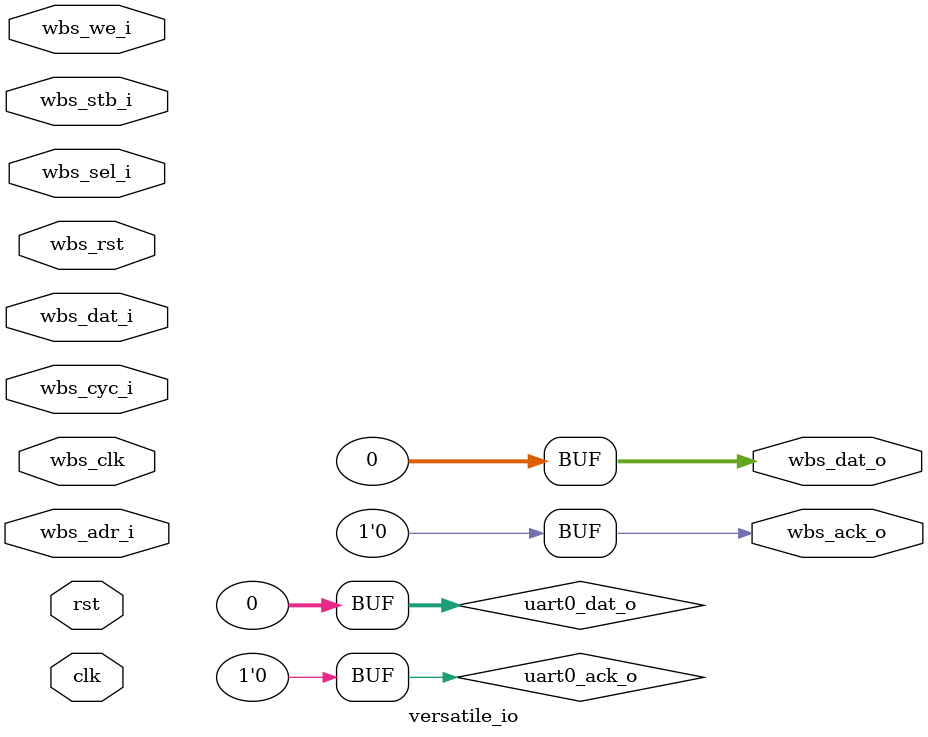
<source format=v>
`ifdef UART
 module raminfr   
        (clk, we, a, dpra, di, dpo); 
parameter addr_width = 4;
parameter data_width = 8;
parameter depth = 16;
input clk;   
input we;   
input  [addr_width-1:0] a;   
input  [addr_width-1:0] dpra;   
input  [data_width-1:0] di;   
output [data_width-1:0] dpo;   
reg    [data_width-1:0] ram [depth-1:0]; 
wire [data_width-1:0] dpo;
wire  [data_width-1:0] di;   
wire  [addr_width-1:0] a;   
wire  [addr_width-1:0] dpra;   
  always @(posedge clk) begin   
    if (we)   
      ram[a] <= di;   
  end   
  assign dpo = ram[dpra];   
endmodule 
`timescale 1ns/10ps
module uart_debug_if ( 
wb_dat32_o, 
wb_adr_i, ier, iir, fcr, mcr, lcr, msr, 
lsr, rf_count, tf_count, tstate, rstate
) ;
input [3-1:0] 		wb_adr_i;
output [31:0] 							wb_dat32_o;
input [3:0] 							ier;
input [3:0] 							iir;
input [1:0] 							fcr;   
input [4:0] 							mcr;
input [7:0] 							lcr;
input [7:0] 							msr;
input [7:0] 							lsr;
input [5-1:0] rf_count;
input [5-1:0] tf_count;
input [2:0] 							tstate;
input [3:0] 							rstate;
wire [3-1:0] 		wb_adr_i;
reg [31:0] 								wb_dat32_o;
always @( fcr or ier or iir or lcr or lsr or mcr or msr
			or rf_count or rstate or tf_count or tstate or wb_adr_i)
	case (wb_adr_i)
		5'b01000: wb_dat32_o = {msr,lcr,iir,ier,lsr};
		5'b01100: wb_dat32_o = {8'b0, fcr,mcr, rf_count, rstate, tf_count, tstate};
		default: wb_dat32_o = 0;
	endcase  
endmodule  
`timescale 1ns/10ps
module uart_receiver (clk, wb_rst_i, lcr, rf_pop, srx_pad_i, enable, 
	counter_t, rf_count, rf_data_out, rf_error_bit, rf_overrun, rx_reset, lsr_mask, rstate, rf_push_pulse);
input				clk;
input				wb_rst_i;
input	[7:0]	lcr;
input				rf_pop;
input				srx_pad_i;
input				enable;
input				rx_reset;
input       lsr_mask;
output	[9:0]			counter_t;
output	[5-1:0]	rf_count;
output	[11-1:0]	rf_data_out;
output				rf_overrun;
output				rf_error_bit;
output [3:0] 		rstate;
output 				rf_push_pulse;
reg	[3:0]	rstate;
reg	[3:0]	rcounter16;
reg	[2:0]	rbit_counter;
reg	[7:0]	rshift;			 
reg		rparity;		 
reg		rparity_error;
reg		rframing_error;		 
reg		rbit_in;
reg		rparity_xor;
reg	[7:0]	counter_b;	 
reg   rf_push_q;
reg	[11-1:0]	rf_data_in;
wire	[11-1:0]	rf_data_out;
wire      rf_push_pulse;
reg				rf_push;
wire				rf_pop;
wire				rf_overrun;
wire	[5-1:0]	rf_count;
wire				rf_error_bit;  
wire 				break_error = (counter_b == 0);
uart_rfifo #(11) fifo_rx(
	.clk(		clk		), 
	.wb_rst_i(	wb_rst_i	),
	.data_in(	rf_data_in	),
	.data_out(	rf_data_out	),
	.push(		rf_push_pulse		),
	.pop(		rf_pop		),
	.overrun(	rf_overrun	),
	.count(		rf_count	),
	.error_bit(	rf_error_bit	),
	.fifo_reset(	rx_reset	),
	.reset_status(lsr_mask)
);
wire 		rcounter16_eq_7 = (rcounter16 == 4'd7);
wire		rcounter16_eq_0 = (rcounter16 == 4'd0);
wire		rcounter16_eq_1 = (rcounter16 == 4'd1);
wire [3:0] rcounter16_minus_1 = rcounter16 - 1'b1;
parameter  sr_idle 					= 4'd0;
parameter  sr_rec_start 			= 4'd1;
parameter  sr_rec_bit 				= 4'd2;
parameter  sr_rec_parity			= 4'd3;
parameter  sr_rec_stop 				= 4'd4;
parameter  sr_check_parity 		= 4'd5;
parameter  sr_rec_prepare 			= 4'd6;
parameter  sr_end_bit				= 4'd7;
parameter  sr_ca_lc_parity	      = 4'd8;
parameter  sr_wait1 					= 4'd9;
parameter  sr_push 					= 4'd10;
always @(posedge clk or posedge wb_rst_i)
begin
  if (wb_rst_i)
  begin
     rstate 			<= #1 sr_idle;
	  rbit_in 				<= #1 1'b0;
	  rcounter16 			<= #1 0;
	  rbit_counter 		<= #1 0;
	  rparity_xor 		<= #1 1'b0;
	  rframing_error 	<= #1 1'b0;
	  rparity_error 		<= #1 1'b0;
	  rparity 				<= #1 1'b0;
	  rshift 				<= #1 0;
	  rf_push 				<= #1 1'b0;
	  rf_data_in 			<= #1 0;
  end
  else
  if (enable)
  begin
	case (rstate)
	sr_idle : begin
			rf_push 			  <= #1 1'b0;
			rf_data_in 	  <= #1 0;
			rcounter16 	  <= #1 4'b1110;
			if (srx_pad_i==1'b0 & ~break_error)    
			begin
				rstate 		  <= #1 sr_rec_start;
			end
		end
	sr_rec_start :	begin
  			rf_push 			  <= #1 1'b0;
				if (rcounter16_eq_7)     
					if (srx_pad_i==1'b1)    
						rstate <= #1 sr_idle;
					else             
						rstate <= #1 sr_rec_prepare;
				rcounter16 <= #1 rcounter16_minus_1;
			end
	sr_rec_prepare:begin
				case (lcr[ 1:0])   
				2'b00 : rbit_counter <= #1 3'b100;
				2'b01 : rbit_counter <= #1 3'b101;
				2'b10 : rbit_counter <= #1 3'b110;
				2'b11 : rbit_counter <= #1 3'b111;
				endcase
				if (rcounter16_eq_0)
				begin
					rstate		<= #1 sr_rec_bit;
					rcounter16	<= #1 4'b1110;
					rshift		<= #1 0;
				end
				else
					rstate <= #1 sr_rec_prepare;
				rcounter16 <= #1 rcounter16_minus_1;
			end
	sr_rec_bit :	begin
				if (rcounter16_eq_0)
					rstate <= #1 sr_end_bit;
				if (rcounter16_eq_7)  
					case (lcr[ 1:0])   
					2'b00 : rshift[4:0]  <= #1 {srx_pad_i, rshift[4:1]};
					2'b01 : rshift[5:0]  <= #1 {srx_pad_i, rshift[5:1]};
					2'b10 : rshift[6:0]  <= #1 {srx_pad_i, rshift[6:1]};
					2'b11 : rshift[7:0]  <= #1 {srx_pad_i, rshift[7:1]};
					endcase
				rcounter16 <= #1 rcounter16_minus_1;
			end
	sr_end_bit :   begin
				if (rbit_counter==3'b0)  
					if (lcr[3])  
						rstate <= #1 sr_rec_parity;
					else
					begin
						rstate <= #1 sr_rec_stop;
						rparity_error <= #1 1'b0;   
					end
				else		 
				begin
					rstate <= #1 sr_rec_bit;
					rbit_counter <= #1 rbit_counter - 1'b1;
				end
				rcounter16 <= #1 4'b1110;
			end
	sr_rec_parity: begin
				if (rcounter16_eq_7)	 
				begin
					rparity <= #1 srx_pad_i;
					rstate <= #1 sr_ca_lc_parity;
				end
				rcounter16 <= #1 rcounter16_minus_1;
			end
	sr_ca_lc_parity : begin     
				rcounter16  <= #1 rcounter16_minus_1;
				rparity_xor <= #1 ^{rshift,rparity};  
				rstate      <= #1 sr_check_parity;
			  end
	sr_check_parity: begin	   
				case ({lcr[4],lcr[5]})
					2'b00: rparity_error <= #1  rparity_xor == 0;   
					2'b01: rparity_error <= #1 ~rparity;       
					2'b10: rparity_error <= #1  rparity_xor == 1;    
					2'b11: rparity_error <= #1  rparity;	   
				endcase
				rcounter16 <= #1 rcounter16_minus_1;
				rstate <= #1 sr_wait1;
			  end
	sr_wait1 :	if (rcounter16_eq_0)
			begin
				rstate <= #1 sr_rec_stop;
				rcounter16 <= #1 4'b1110;
			end
			else
				rcounter16 <= #1 rcounter16_minus_1;
	sr_rec_stop :	begin
				if (rcounter16_eq_7)	 
				begin
					rframing_error <= #1 !srx_pad_i;  
					rstate <= #1 sr_push;
				end
				rcounter16 <= #1 rcounter16_minus_1;
			end
	sr_push :	begin
        if(srx_pad_i | break_error)
          begin
            if(break_error)
        		  rf_data_in 	<= #1 {8'b0, 3'b100};  
            else
        			rf_data_in  <= #1 {rshift, 1'b0, rparity_error, rframing_error};
      		  rf_push 		  <= #1 1'b1;
    				rstate        <= #1 sr_idle;
          end
        else if(~rframing_error)   
          begin
       			rf_data_in  <= #1 {rshift, 1'b0, rparity_error, rframing_error};
      		  rf_push 		  <= #1 1'b1;
      			rcounter16 	  <= #1 4'b1110;
    				rstate 		  <= #1 sr_rec_start;
          end
			end
	default : rstate <= #1 sr_idle;
	endcase
  end   
end  
always @ (posedge clk or posedge wb_rst_i)
begin
  if(wb_rst_i)
    rf_push_q <= 0;
  else
    rf_push_q <= #1 rf_push;
end
assign rf_push_pulse = rf_push & ~rf_push_q;
reg 	[9:0]	toc_value;  
always @(lcr)
	case (lcr[3:0])
		4'b0000										: toc_value = 447;  
		4'b0100										: toc_value = 479;  
		4'b0001,	4'b1000							: toc_value = 511;  
		4'b1100										: toc_value = 543;  
		4'b0010, 4'b0101, 4'b1001				: toc_value = 575;  
		4'b0011, 4'b0110, 4'b1010, 4'b1101	: toc_value = 639;  
		4'b0111, 4'b1011, 4'b1110				: toc_value = 703;  
		4'b1111										: toc_value = 767;  
	endcase  
wire [7:0] 	brc_value;  
assign 		brc_value = toc_value[9:2];  
always @(posedge clk or posedge wb_rst_i)
begin
	if (wb_rst_i)
		counter_b <= #1 8'd159;
	else
	if (srx_pad_i)
		counter_b <= #1 brc_value;  
	else
	if(enable & counter_b != 8'b0)             
		counter_b <= #1 counter_b - 1;   
end  
reg	[9:0]	counter_t;	 
always @(posedge clk or posedge wb_rst_i)
begin
	if (wb_rst_i)
		counter_t <= #1 10'd639;  
	else
		if(rf_push_pulse || rf_pop || rf_count == 0)  
			counter_t <= #1 toc_value;
		else
		if (enable && counter_t != 10'b0)   
			counter_t <= #1 counter_t - 1;		
end
endmodule
`timescale 1ns/10ps
module uart_regs (clk,
	wb_rst_i, wb_addr_i, wb_dat_i, wb_dat_o, wb_we_i, wb_re_i, 
	modem_inputs,
	stx_pad_o, srx_pad_i,
	rts_pad_o, dtr_pad_o, int_o
	);
input 									clk;
input 									wb_rst_i;
input [3-1:0] 		wb_addr_i;
input [7:0] 							wb_dat_i;
output [7:0] 							wb_dat_o;
input 									wb_we_i;
input 									wb_re_i;
output 									stx_pad_o;
input 									srx_pad_i;
input [3:0] 							modem_inputs;
output 									rts_pad_o;
output 									dtr_pad_o;
output 									int_o;
wire [3:0] 								modem_inputs;
reg 										enable;
wire 										stx_pad_o;		 
wire 										srx_pad_i;
wire 										srx_pad;
reg [7:0] 								wb_dat_o;
wire [3-1:0] 		wb_addr_i;
wire [7:0] 								wb_dat_i;
reg [3:0] 								ier;
reg [3:0] 								iir;
reg [1:0] 								fcr;   
reg [4:0] 								mcr;
reg [7:0] 								lcr;
reg [7:0] 								msr;
reg [15:0] 								dl;   
reg [7:0] 								scratch;  
reg 										start_dlc;  
reg 										lsr_mask_d;  
reg 										msi_reset;  
reg [15:0] 								dlc;   
reg 										int_o;
reg [3:0] 								trigger_level;  
reg 										rx_reset;
reg 										tx_reset;
wire 										dlab;			    
wire 										cts_pad_i, dsr_pad_i, ri_pad_i, dcd_pad_i;  
wire 										loopback;		    
wire 										cts, dsr, ri, dcd;	    
wire                    cts_c, dsr_c, ri_c, dcd_c;  
wire 										rts_pad_o, dtr_pad_o;		    
wire [7:0] 								lsr;
wire 										lsr0, lsr1, lsr2, lsr3, lsr4, lsr5, lsr6, lsr7;
reg										lsr0r, lsr1r, lsr2r, lsr3r, lsr4r, lsr5r, lsr6r, lsr7r;
wire 										lsr_mask;  
assign 									lsr[7:0] = { lsr7r, lsr6r, lsr5r, lsr4r, lsr3r, lsr2r, lsr1r, lsr0r };
assign 									{cts_pad_i, dsr_pad_i, ri_pad_i, dcd_pad_i} = modem_inputs;
assign 									{cts, dsr, ri, dcd} = ~{cts_pad_i,dsr_pad_i,ri_pad_i,dcd_pad_i};
assign                  {cts_c, dsr_c, ri_c, dcd_c} = loopback ? {mcr[1],mcr[0],mcr[2],mcr[3]}
                                                               : {cts_pad_i,dsr_pad_i,ri_pad_i,dcd_pad_i};
assign 									dlab = lcr[7];
assign 									loopback = mcr[4];
assign 									rts_pad_o = mcr[1];
assign 									dtr_pad_o = mcr[0];
wire 										rls_int;   
wire 										rda_int;   
wire 										ti_int;    
wire										thre_int;  
wire 										ms_int;    
reg 										tf_push;
reg 										rf_pop;
wire [11-1:0] 	rf_data_out;
wire 										rf_error_bit;  
wire [5-1:0] 	rf_count;
wire [5-1:0] 	tf_count;
wire [2:0] 								tstate;
wire [3:0] 								rstate;
wire [9:0] 								counter_t;
wire                      thre_set_en;  
reg  [7:0]                block_cnt;    
reg  [7:0]                block_value;  
wire serial_out;
uart_transmitter transmitter(clk, wb_rst_i, lcr, tf_push, wb_dat_i, enable, serial_out, tstate, tf_count, tx_reset, lsr_mask);
  uart_sync_flops    i_uart_sync_flops
  (
    .rst_i           (wb_rst_i),
    .clk_i           (clk),
    .stage1_rst_i    (1'b0),
    .stage1_clk_en_i (1'b1),
    .async_dat_i     (srx_pad_i),
    .sync_dat_o      (srx_pad)
  );
  defparam i_uart_sync_flops.width      = 1;
  defparam i_uart_sync_flops.init_value = 1'b1;
wire serial_in = loopback ? serial_out : srx_pad;
assign stx_pad_o = loopback ? 1'b1 : serial_out;
uart_receiver receiver(clk, wb_rst_i, lcr, rf_pop, serial_in, enable, 
	counter_t, rf_count, rf_data_out, rf_error_bit, rf_overrun, rx_reset, lsr_mask, rstate, rf_push_pulse);
always @(dl or dlab or ier or iir or scratch
			or lcr or lsr or msr or rf_data_out or wb_addr_i or wb_re_i)    
begin
	case (wb_addr_i)
		3'd0   : wb_dat_o = dlab ? dl[7:0] : rf_data_out[10:3];
		3'd1	: wb_dat_o = dlab ? dl[15:8] : ier;
		3'd2	: wb_dat_o = {4'b1100,iir};
		3'd3	: wb_dat_o = lcr;
		3'd5	: wb_dat_o = lsr;
		3'd6	: wb_dat_o = msr;
		3'd7	: wb_dat_o = scratch;
		default:  wb_dat_o = 8'b0;  
	endcase  
end  
always @(posedge clk or posedge wb_rst_i)
begin
	if (wb_rst_i)
		rf_pop <= #1 0; 
	else
	if (rf_pop)	 
		rf_pop <= #1 0;
	else
	if (wb_re_i && wb_addr_i == 3'd0 && !dlab)
		rf_pop <= #1 1;  
end
wire 	lsr_mask_condition;
wire 	iir_read;
wire  msr_read;
wire	fifo_read;
wire	fifo_write;
assign lsr_mask_condition = (wb_re_i && wb_addr_i == 3'd5 && !dlab);
assign iir_read = (wb_re_i && wb_addr_i == 3'd2 && !dlab);
assign msr_read = (wb_re_i && wb_addr_i == 3'd6 && !dlab);
assign fifo_read = (wb_re_i && wb_addr_i == 3'd0 && !dlab);
assign fifo_write = (wb_we_i && wb_addr_i == 3'd0 && !dlab);
always @(posedge clk or posedge wb_rst_i)
begin
	if (wb_rst_i)
		lsr_mask_d <= #1 0;
	else  
		lsr_mask_d <= #1 lsr_mask_condition;
end
assign lsr_mask = lsr_mask_condition && ~lsr_mask_d;
always @(posedge clk or posedge wb_rst_i)
begin
	if (wb_rst_i)
		msi_reset <= #1 1;
	else
	if (msi_reset)
		msi_reset <= #1 0;
	else
	if (msr_read)
		msi_reset <= #1 1;  
end
always @(posedge clk or posedge wb_rst_i)
	if (wb_rst_i)
		lcr <= #1 8'b00000011;  
	else
	if (wb_we_i && wb_addr_i==3'd3)
		lcr <= #1 wb_dat_i;
always @(posedge clk or posedge wb_rst_i)
	if (wb_rst_i)
	begin
		ier <= #1 4'b0000;  
		dl[15:8] <= #1 8'b0;
	end
	else
	if (wb_we_i && wb_addr_i==3'd1)
		if (dlab)
		begin
			dl[15:8] <= #1 wb_dat_i;
		end
		else
			ier <= #1 wb_dat_i[3:0];  
always @(posedge clk or posedge wb_rst_i)
	if (wb_rst_i) begin
		fcr <= #1 2'b11; 
		rx_reset <= #1 0;
		tx_reset <= #1 0;
	end else
	if (wb_we_i && wb_addr_i==3'd2) begin
		fcr <= #1 wb_dat_i[7:6];
		rx_reset <= #1 wb_dat_i[1];
		tx_reset <= #1 wb_dat_i[2];
	end else begin
		rx_reset <= #1 0;
		tx_reset <= #1 0;
	end
always @(posedge clk or posedge wb_rst_i)
	if (wb_rst_i)
		mcr <= #1 5'b0; 
	else
	if (wb_we_i && wb_addr_i==3'd4)
			mcr <= #1 wb_dat_i[4:0];
always @(posedge clk or posedge wb_rst_i)
	if (wb_rst_i)
		scratch <= #1 0;  
	else
	if (wb_we_i && wb_addr_i==3'd7)
		scratch <= #1 wb_dat_i;
always @(posedge clk or posedge wb_rst_i)
	if (wb_rst_i)
	begin
		dl[7:0]  <= #1 8'b0;
		tf_push   <= #1 1'b0;
		start_dlc <= #1 1'b0;
	end
	else
	if (wb_we_i && wb_addr_i==3'd0)
		if (dlab)
		begin
			dl[7:0] <= #1 wb_dat_i;
			start_dlc <= #1 1'b1;  
			tf_push <= #1 1'b0;
		end
		else
		begin
			tf_push   <= #1 1'b1;
			start_dlc <= #1 1'b0;
		end  
	else
	begin
		start_dlc <= #1 1'b0;
		tf_push   <= #1 1'b0;
	end  
always @(fcr)
	case (fcr[1:0])
		2'b00 : trigger_level = 1;
		2'b01 : trigger_level = 4;
		2'b10 : trigger_level = 8;
		2'b11 : trigger_level = 14;
	endcase  
reg [3:0] delayed_modem_signals;
always @(posedge clk or posedge wb_rst_i)
begin
	if (wb_rst_i)
	  begin
  		msr <= #1 0;
	  	delayed_modem_signals[3:0] <= #1 0;
	  end
	else begin
		msr[3:0] <= #1 msi_reset ? 4'b0 :
			msr[3:0] | ({dcd, ri, dsr, cts} ^ delayed_modem_signals[3:0]);
		msr[7:4] <= #1 {dcd_c, ri_c, dsr_c, cts_c};
		delayed_modem_signals[3:0] <= #1 {dcd, ri, dsr, cts};
	end
end
assign lsr0 = (rf_count==0 && rf_push_pulse);   
assign lsr1 = rf_overrun;      
assign lsr2 = rf_data_out[1];  
assign lsr3 = rf_data_out[0];  
assign lsr4 = rf_data_out[2];  
assign lsr5 = (tf_count==5'b0 && thre_set_en);   
assign lsr6 = (tf_count==5'b0 && thre_set_en && (tstate ==   0));  
assign lsr7 = rf_error_bit | rf_overrun;
reg 	 lsr0_d;
always @(posedge clk or posedge wb_rst_i)
	if (wb_rst_i) lsr0_d <= #1 0;
	else lsr0_d <= #1 lsr0;
always @(posedge clk or posedge wb_rst_i)
	if (wb_rst_i) lsr0r <= #1 0;
	else lsr0r <= #1 (rf_count==1 && rf_pop && !rf_push_pulse || rx_reset) ? 0 :  
					  lsr0r || (lsr0 && ~lsr0_d);  
reg lsr1_d;  
always @(posedge clk or posedge wb_rst_i)
	if (wb_rst_i) lsr1_d <= #1 0;
	else lsr1_d <= #1 lsr1;
always @(posedge clk or posedge wb_rst_i)
	if (wb_rst_i) lsr1r <= #1 0;
	else	lsr1r <= #1	lsr_mask ? 0 : lsr1r || (lsr1 && ~lsr1_d);  
reg lsr2_d;  
always @(posedge clk or posedge wb_rst_i)
	if (wb_rst_i) lsr2_d <= #1 0;
	else lsr2_d <= #1 lsr2;
always @(posedge clk or posedge wb_rst_i)
	if (wb_rst_i) lsr2r <= #1 0;
	else lsr2r <= #1 lsr_mask ? 0 : lsr2r || (lsr2 && ~lsr2_d);  
reg lsr3_d;  
always @(posedge clk or posedge wb_rst_i)
	if (wb_rst_i) lsr3_d <= #1 0;
	else lsr3_d <= #1 lsr3;
always @(posedge clk or posedge wb_rst_i)
	if (wb_rst_i) lsr3r <= #1 0;
	else lsr3r <= #1 lsr_mask ? 0 : lsr3r || (lsr3 && ~lsr3_d);  
reg lsr4_d;  
always @(posedge clk or posedge wb_rst_i)
	if (wb_rst_i) lsr4_d <= #1 0;
	else lsr4_d <= #1 lsr4;
always @(posedge clk or posedge wb_rst_i)
	if (wb_rst_i) lsr4r <= #1 0;
	else lsr4r <= #1 lsr_mask ? 0 : lsr4r || (lsr4 && ~lsr4_d);
reg lsr5_d;
always @(posedge clk or posedge wb_rst_i)
	if (wb_rst_i) lsr5_d <= #1 1;
	else lsr5_d <= #1 lsr5;
always @(posedge clk or posedge wb_rst_i)
	if (wb_rst_i) lsr5r <= #1 1;
	else lsr5r <= #1 (fifo_write) ? 0 :  lsr5r || (lsr5 && ~lsr5_d);
reg lsr6_d;
always @(posedge clk or posedge wb_rst_i)
	if (wb_rst_i) lsr6_d <= #1 1;
	else lsr6_d <= #1 lsr6;
always @(posedge clk or posedge wb_rst_i)
	if (wb_rst_i) lsr6r <= #1 1;
	else lsr6r <= #1 (fifo_write) ? 0 : lsr6r || (lsr6 && ~lsr6_d);
reg lsr7_d;
always @(posedge clk or posedge wb_rst_i)
	if (wb_rst_i) lsr7_d <= #1 0;
	else lsr7_d <= #1 lsr7;
always @(posedge clk or posedge wb_rst_i)
	if (wb_rst_i) lsr7r <= #1 0;
	else lsr7r <= #1 lsr_mask ? 0 : lsr7r || (lsr7 && ~lsr7_d);
always @(posedge clk or posedge wb_rst_i) 
begin
	if (wb_rst_i)
		dlc <= #1 0;
	else
		if (start_dlc | ~ (|dlc))
  			dlc <= #1 dl - 1;                
		else
			dlc <= #1 dlc - 1;               
end
always @(posedge clk or posedge wb_rst_i)
begin
	if (wb_rst_i)
		enable <= #1 1'b0;
	else
		if (|dl & ~(|dlc))      
			enable <= #1 1'b1;
		else
			enable <= #1 1'b0;
end
always @(lcr)
  case (lcr[3:0])
    4'b0000                             : block_value =  95;  
    4'b0100                             : block_value = 103;  
    4'b0001, 4'b1000                    : block_value = 111;  
    4'b1100                             : block_value = 119;  
    4'b0010, 4'b0101, 4'b1001           : block_value = 127;  
    4'b0011, 4'b0110, 4'b1010, 4'b1101  : block_value = 143;  
    4'b0111, 4'b1011, 4'b1110           : block_value = 159;  
    4'b1111                             : block_value = 175;  
  endcase  
always @(posedge clk or posedge wb_rst_i)
begin
  if (wb_rst_i)
    block_cnt <= #1 8'd0;
  else
  if(lsr5r & fifo_write)   
    block_cnt <= #1 block_value;
  else
  if (enable & block_cnt != 8'b0)   
    block_cnt <= #1 block_cnt - 1;   
end  
assign thre_set_en = ~(|block_cnt);
assign rls_int  = ier[2] && (lsr[1] || lsr[2] || lsr[3] || lsr[4]);
assign rda_int  = ier[0] && (rf_count >= {1'b0,trigger_level});
assign thre_int = ier[1] && lsr[5];
assign ms_int   = ier[3] && (| msr[3:0]);
assign ti_int   = ier[0] && (counter_t == 10'b0) && (|rf_count);
reg 	 rls_int_d;
reg 	 thre_int_d;
reg 	 ms_int_d;
reg 	 ti_int_d;
reg 	 rda_int_d;
always  @(posedge clk or posedge wb_rst_i)
	if (wb_rst_i) rls_int_d <= #1 0;
	else rls_int_d <= #1 rls_int;
always  @(posedge clk or posedge wb_rst_i)
	if (wb_rst_i) rda_int_d <= #1 0;
	else rda_int_d <= #1 rda_int;
always  @(posedge clk or posedge wb_rst_i)
	if (wb_rst_i) thre_int_d <= #1 0;
	else thre_int_d <= #1 thre_int;
always  @(posedge clk or posedge wb_rst_i)
	if (wb_rst_i) ms_int_d <= #1 0;
	else ms_int_d <= #1 ms_int;
always  @(posedge clk or posedge wb_rst_i)
	if (wb_rst_i) ti_int_d <= #1 0;
	else ti_int_d <= #1 ti_int;
wire 	 rls_int_rise;
wire 	 thre_int_rise;
wire 	 ms_int_rise;
wire 	 ti_int_rise;
wire 	 rda_int_rise;
assign rda_int_rise    = rda_int & ~rda_int_d;
assign rls_int_rise 	  = rls_int & ~rls_int_d;
assign thre_int_rise   = thre_int & ~thre_int_d;
assign ms_int_rise 	  = ms_int & ~ms_int_d;
assign ti_int_rise 	  = ti_int & ~ti_int_d;
reg 	rls_int_pnd;
reg	rda_int_pnd;
reg 	thre_int_pnd;
reg 	ms_int_pnd;
reg 	ti_int_pnd;
always  @(posedge clk or posedge wb_rst_i)
	if (wb_rst_i) rls_int_pnd <= #1 0; 
	else 
		rls_int_pnd <= #1 lsr_mask ? 0 :  						 
							rls_int_rise ? 1 :						 
							rls_int_pnd && ier[2];	 
always  @(posedge clk or posedge wb_rst_i)
	if (wb_rst_i) rda_int_pnd <= #1 0; 
	else 
		rda_int_pnd <= #1 ((rf_count == {1'b0,trigger_level}) && fifo_read) ? 0 :  	 
							rda_int_rise ? 1 :						 
							rda_int_pnd && ier[0];	 
always  @(posedge clk or posedge wb_rst_i)
	if (wb_rst_i) thre_int_pnd <= #1 0; 
	else 
		thre_int_pnd <= #1 fifo_write || (iir_read & ~iir[0] & iir[3:1] == 3'b001)? 0 : 
							thre_int_rise ? 1 :
							thre_int_pnd && ier[1];
always  @(posedge clk or posedge wb_rst_i)
	if (wb_rst_i) ms_int_pnd <= #1 0; 
	else 
		ms_int_pnd <= #1 msr_read ? 0 : 
							ms_int_rise ? 1 :
							ms_int_pnd && ier[3];
always  @(posedge clk or posedge wb_rst_i)
	if (wb_rst_i) ti_int_pnd <= #1 0; 
	else 
		ti_int_pnd <= #1 fifo_read ? 0 : 
							ti_int_rise ? 1 :
							ti_int_pnd && ier[0];
always @(posedge clk or posedge wb_rst_i)
begin
	if (wb_rst_i)	
		int_o <= #1 1'b0;
	else
		int_o <= #1 
					rls_int_pnd		?	~lsr_mask					:
					rda_int_pnd		? 1								:
					ti_int_pnd		? ~fifo_read					:
					thre_int_pnd	? !(fifo_write & iir_read) :
					ms_int_pnd		? ~msr_read						:
					0;	 
end
always @(posedge clk or posedge wb_rst_i)
begin
	if (wb_rst_i)
		iir <= #1 1;
	else
	if (rls_int_pnd)   
	begin
		iir[3:1] <= #1 3'b011;	 
		iir[0] <= #1 1'b0;		 
	end else  
	if (rda_int)
	begin
		iir[3:1] <= #1 3'b010;
		iir[0] <= #1 1'b0;
	end
	else if (ti_int_pnd)
	begin
		iir[3:1] <= #1 3'b110;
		iir[0] <= #1 1'b0;
	end
	else if (thre_int_pnd)
	begin
		iir[3:1] <= #1 3'b001;
		iir[0] <= #1 1'b0;
	end
	else if (ms_int_pnd)
	begin
		iir[3:1] <= #1 3'b000;
		iir[0] <= #1 1'b0;
	end else	 
	begin
		iir[3:1] <= #1 0;
		iir[0] <= #1 1'b1;
	end
end
endmodule
`timescale 1ns/10ps
module uart_rfifo (clk, 
	wb_rst_i, data_in, data_out,
	push,  
	pop,    
	overrun,
	count,
	error_bit,
	fifo_reset,
	reset_status
	);
parameter fifo_width = 8;
parameter fifo_depth = 16;
parameter fifo_pointer_w = 4;
parameter fifo_counter_w = 5;
input				clk;
input				wb_rst_i;
input				push;
input				pop;
input	[fifo_width-1:0]	data_in;
input				fifo_reset;
input       reset_status;
output	[fifo_width-1:0]	data_out;
output				overrun;
output	[fifo_counter_w-1:0]	count;
output				error_bit;
wire	[fifo_width-1:0]	data_out;
wire [7:0] data8_out;
reg	[2:0]	fifo[fifo_depth-1:0];
reg	[fifo_pointer_w-1:0]	top;
reg	[fifo_pointer_w-1:0]	bottom;
reg	[fifo_counter_w-1:0]	count;
reg				overrun;
wire [fifo_pointer_w-1:0] top_plus_1 = top + 1'b1;
raminfr #(fifo_pointer_w,8,fifo_depth) rfifo  
        (.clk(clk), 
			.we(push), 
			.a(top), 
			.dpra(bottom), 
			.di(data_in[fifo_width-1:fifo_width-8]), 
			.dpo(data8_out)
		); 
always @(posedge clk or posedge wb_rst_i)  
begin
	if (wb_rst_i)
	begin
		top		<= #1 0;
		bottom		<= #1 1'b0;
		count		<= #1 0;
		fifo[0] <= #1 0;
		fifo[1] <= #1 0;
		fifo[2] <= #1 0;
		fifo[3] <= #1 0;
		fifo[4] <= #1 0;
		fifo[5] <= #1 0;
		fifo[6] <= #1 0;
		fifo[7] <= #1 0;
		fifo[8] <= #1 0;
		fifo[9] <= #1 0;
		fifo[10] <= #1 0;
		fifo[11] <= #1 0;
		fifo[12] <= #1 0;
		fifo[13] <= #1 0;
		fifo[14] <= #1 0;
		fifo[15] <= #1 0;
	end
	else
	if (fifo_reset) begin
		top		<= #1 0;
		bottom		<= #1 1'b0;
		count		<= #1 0;
		fifo[0] <= #1 0;
		fifo[1] <= #1 0;
		fifo[2] <= #1 0;
		fifo[3] <= #1 0;
		fifo[4] <= #1 0;
		fifo[5] <= #1 0;
		fifo[6] <= #1 0;
		fifo[7] <= #1 0;
		fifo[8] <= #1 0;
		fifo[9] <= #1 0;
		fifo[10] <= #1 0;
		fifo[11] <= #1 0;
		fifo[12] <= #1 0;
		fifo[13] <= #1 0;
		fifo[14] <= #1 0;
		fifo[15] <= #1 0;
	end
  else
	begin
		case ({push, pop})
		2'b10 : if (count<fifo_depth)   
			begin
				top       <= #1 top_plus_1;
				fifo[top] <= #1 data_in[2:0];
				count     <= #1 count + 1'b1;
			end
		2'b01 : if(count>0)
			begin
        fifo[bottom] <= #1 0;
				bottom   <= #1 bottom + 1'b1;
				count	 <= #1 count - 1'b1;
			end
		2'b11 : begin
				bottom   <= #1 bottom + 1'b1;
				top       <= #1 top_plus_1;
				fifo[top] <= #1 data_in[2:0];
		        end
    default: ;
		endcase
	end
end    
always @(posedge clk or posedge wb_rst_i)  
begin
  if (wb_rst_i)
    overrun   <= #1 1'b0;
  else
  if(fifo_reset | reset_status) 
    overrun   <= #1 1'b0;
  else
  if(push & ~pop & (count==fifo_depth))
    overrun   <= #1 1'b1;
end    
assign data_out = {data8_out,fifo[bottom]};
wire	[2:0]	word0 = fifo[0];
wire	[2:0]	word1 = fifo[1];
wire	[2:0]	word2 = fifo[2];
wire	[2:0]	word3 = fifo[3];
wire	[2:0]	word4 = fifo[4];
wire	[2:0]	word5 = fifo[5];
wire	[2:0]	word6 = fifo[6];
wire	[2:0]	word7 = fifo[7];
wire	[2:0]	word8 = fifo[8];
wire	[2:0]	word9 = fifo[9];
wire	[2:0]	word10 = fifo[10];
wire	[2:0]	word11 = fifo[11];
wire	[2:0]	word12 = fifo[12];
wire	[2:0]	word13 = fifo[13];
wire	[2:0]	word14 = fifo[14];
wire	[2:0]	word15 = fifo[15];
assign	error_bit = |(word0[2:0]  | word1[2:0]  | word2[2:0]  | word3[2:0]  |
            		      word4[2:0]  | word5[2:0]  | word6[2:0]  | word7[2:0]  |
            		      word8[2:0]  | word9[2:0]  | word10[2:0] | word11[2:0] |
            		      word12[2:0] | word13[2:0] | word14[2:0] | word15[2:0] );
endmodule
`timescale 1ns/10ps
module uart_tfifo (clk, 
	wb_rst_i, data_in, data_out,
	push,  
	pop,    
	overrun,
	count,
	fifo_reset,
	reset_status
	);
parameter fifo_width = 8;
parameter fifo_depth = 16;
parameter fifo_pointer_w = 4;
parameter fifo_counter_w = 5;
input				clk;
input				wb_rst_i;
input				push;
input				pop;
input	[fifo_width-1:0]	data_in;
input				fifo_reset;
input       reset_status;
output	[fifo_width-1:0]	data_out;
output				overrun;
output	[fifo_counter_w-1:0]	count;
wire	[fifo_width-1:0]	data_out;
reg	[fifo_pointer_w-1:0]	top;
reg	[fifo_pointer_w-1:0]	bottom;
reg	[fifo_counter_w-1:0]	count;
reg				overrun;
wire [fifo_pointer_w-1:0] top_plus_1 = top + 1'b1;
raminfr #(fifo_pointer_w,fifo_width,fifo_depth) tfifo  
        (.clk(clk), 
			.we(push), 
			.a(top), 
			.dpra(bottom), 
			.di(data_in), 
			.dpo(data_out)
		); 
always @(posedge clk or posedge wb_rst_i)  
begin
	if (wb_rst_i)
	begin
		top		<= #1 0;
		bottom		<= #1 1'b0;
		count		<= #1 0;
	end
	else
	if (fifo_reset) begin
		top		<= #1 0;
		bottom		<= #1 1'b0;
		count		<= #1 0;
	end
  else
	begin
		case ({push, pop})
		2'b10 : if (count<fifo_depth)   
			begin
				top       <= #1 top_plus_1;
				count     <= #1 count + 1'b1;
			end
		2'b01 : if(count>0)
			begin
				bottom   <= #1 bottom + 1'b1;
				count	 <= #1 count - 1'b1;
			end
		2'b11 : begin
				bottom   <= #1 bottom + 1'b1;
				top       <= #1 top_plus_1;
		        end
    default: ;
		endcase
	end
end    
always @(posedge clk or posedge wb_rst_i)  
begin
  if (wb_rst_i)
    overrun   <= #1 1'b0;
  else
  if(fifo_reset | reset_status) 
    overrun   <= #1 1'b0;
  else
  if(push & (count==fifo_depth))
    overrun   <= #1 1'b1;
end    
endmodule
`timescale 1ns/10ps
module uart_sync_flops
(
  rst_i,
  clk_i,
  stage1_rst_i,
  stage1_clk_en_i,
  async_dat_i,
  sync_dat_o
);
parameter Tp            = 1;
parameter width         = 1;
parameter init_value    = 1'b0;
input                           rst_i;                   
input                           clk_i;                   
input                           stage1_rst_i;            
input                           stage1_clk_en_i;         
input   [width-1:0]             async_dat_i;             
output  [width-1:0]             sync_dat_o;              
reg     [width-1:0]             sync_dat_o;
reg     [width-1:0]             flop_0;
always @ (posedge clk_i or posedge rst_i)
begin
    if (rst_i)
        flop_0 <= #Tp {width{init_value}};
    else
        flop_0 <= #Tp async_dat_i;    
end
always @ (posedge clk_i or posedge rst_i)
begin
    if (rst_i)
        sync_dat_o <= #Tp {width{init_value}};
    else if (stage1_rst_i)
        sync_dat_o <= #Tp {width{init_value}};
    else if (stage1_clk_en_i)
        sync_dat_o <= #Tp flop_0;       
end
endmodule
`timescale 1ns/10ps
module uart_wb (clk, wb_rst_i, 
	wb_we_i, wb_stb_i, wb_cyc_i, wb_ack_o, wb_adr_i,
	wb_adr_int, wb_dat_i, wb_dat_o, wb_dat8_i, wb_dat8_o, wb_dat32_o, wb_sel_i,
	we_o, re_o  
);
input 		  clk;
input 		  wb_rst_i;
input 		  wb_we_i;
input 		  wb_stb_i;
input 		  wb_cyc_i;
input [3:0]   wb_sel_i;
input [3-1:0] 	wb_adr_i;  
input [7:0]  wb_dat_i;  
output [7:0] wb_dat_o;
reg [7:0] 	 wb_dat_o;
wire [7:0] 	 wb_dat_i;
reg [7:0] 	 wb_dat_is;
output [3-1:0]	wb_adr_int;  
input [7:0]   wb_dat8_o;  
output [7:0]  wb_dat8_i;
input [31:0]  wb_dat32_o;  
output 		  wb_ack_o;
output 		  we_o;
output 		  re_o;
wire 			  we_o;
reg 			  wb_ack_o;
reg [7:0] 	  wb_dat8_i;
wire [7:0] 	  wb_dat8_o;
wire [3-1:0]	wb_adr_int;  
reg [3-1:0]	wb_adr_is;
reg 								wb_we_is;
reg 								wb_cyc_is;
reg 								wb_stb_is;
reg [3:0] 						wb_sel_is;
wire [3:0]   wb_sel_i;
reg 			 wre ; 
reg [1:0] 	 wbstate;
always  @(posedge clk or posedge wb_rst_i)
	if (wb_rst_i) begin
		wb_ack_o <= #1 1'b0;
		wbstate <= #1 0;
		wre <= #1 1'b1;
	end else
		case (wbstate)
			0: begin
				if (wb_stb_is & wb_cyc_is) begin
					wre <= #1 0;
					wbstate <= #1 1;
					wb_ack_o <= #1 1;
				end else begin
					wre <= #1 1;
					wb_ack_o <= #1 0;
				end
			end
			1: begin
			   wb_ack_o <= #1 0;
				wbstate <= #1 2;
				wre <= #1 0;
			end
			2,3: begin
				wb_ack_o <= #1 0;
				wbstate <= #1 0;
				wre <= #1 0;
			end
		endcase
assign we_o =  wb_we_is & wb_stb_is & wb_cyc_is & wre ;  
assign re_o = ~wb_we_is & wb_stb_is & wb_cyc_is & wre ;  
always  @(posedge clk or posedge wb_rst_i)
	if (wb_rst_i) begin
		wb_adr_is <= #1 0;
		wb_we_is <= #1 0;
		wb_cyc_is <= #1 0;
		wb_stb_is <= #1 0;
		wb_dat_is <= #1 0;
		wb_sel_is <= #1 0;
	end else begin
		wb_adr_is <= #1 wb_adr_i;
		wb_we_is <= #1 wb_we_i;
		wb_cyc_is <= #1 wb_cyc_i;
		wb_stb_is <= #1 wb_stb_i;
		wb_dat_is <= #1 wb_dat_i;
		wb_sel_is <= #1 wb_sel_i;
	end
always @(posedge clk or posedge wb_rst_i)
	if (wb_rst_i)
		wb_dat_o <= #1 0;
	else
		wb_dat_o <= #1 wb_dat8_o;
always @(wb_dat_is)
	wb_dat8_i = wb_dat_is;
assign wb_adr_int = wb_adr_is;
endmodule
`timescale 1ns/10ps
module uart_transmitter (clk, wb_rst_i, lcr, tf_push, wb_dat_i, enable,	stx_pad_o, tstate, tf_count, tx_reset, lsr_mask);
input 										clk;
input 										wb_rst_i;
input [7:0] 								lcr;
input 										tf_push;
input [7:0] 								wb_dat_i;
input 										enable;
input 										tx_reset;
input 										lsr_mask;  
output 										stx_pad_o;
output [2:0] 								tstate;
output [5-1:0] 	tf_count;
reg [2:0] 									tstate;
reg [4:0] 									counter;
reg [2:0] 									bit_counter;    
reg [6:0] 									shift_out;	 
reg 											stx_o_tmp;
reg 											parity_xor;   
reg 											tf_pop;
reg 											bit_out;
wire [8-1:0] 			tf_data_in;
wire [8-1:0] 			tf_data_out;
wire 											tf_push;
wire 											tf_overrun;
wire [5-1:0] 		tf_count;
assign 										tf_data_in = wb_dat_i;
uart_tfifo fifo_tx(	 
	.clk(		clk		), 
	.wb_rst_i(	wb_rst_i	),
	.data_in(	tf_data_in	),
	.data_out(	tf_data_out	),
	.push(		tf_push		),
	.pop(		tf_pop		),
	.overrun(	tf_overrun	),
	.count(		tf_count	),
	.fifo_reset(	tx_reset	),
	.reset_status(lsr_mask)
);
parameter s_idle        = 3'd0;
parameter s_send_start  = 3'd1;
parameter s_send_byte   = 3'd2;
parameter s_send_parity = 3'd3;
parameter s_send_stop   = 3'd4;
parameter s_pop_byte    = 3'd5;
always @(posedge clk or posedge wb_rst_i)
begin
  if (wb_rst_i)
  begin
	tstate       <= #1 s_idle;
	stx_o_tmp       <= #1 1'b1;
	counter   <= #1 5'b0;
	shift_out   <= #1 7'b0;
	bit_out     <= #1 1'b0;
	parity_xor  <= #1 1'b0;
	tf_pop      <= #1 1'b0;
	bit_counter <= #1 3'b0;
  end
  else
  if (enable)
  begin
	case (tstate)
	s_idle	 :	if (~|tf_count)  
			begin
				tstate <= #1 s_idle;
				stx_o_tmp <= #1 1'b1;
			end
			else
			begin
				tf_pop <= #1 1'b0;
				stx_o_tmp  <= #1 1'b1;
				tstate  <= #1 s_pop_byte;
			end
	s_pop_byte :	begin
				tf_pop <= #1 1'b1;
				case (lcr[ 1:0])   
				2'b00 : begin
					bit_counter <= #1 3'b100;
					parity_xor  <= #1 ^tf_data_out[4:0];
				     end
				2'b01 : begin
					bit_counter <= #1 3'b101;
					parity_xor  <= #1 ^tf_data_out[5:0];
				     end
				2'b10 : begin
					bit_counter <= #1 3'b110;
					parity_xor  <= #1 ^tf_data_out[6:0];
				     end
				2'b11 : begin
					bit_counter <= #1 3'b111;
					parity_xor  <= #1 ^tf_data_out[7:0];
				     end
				endcase
				{shift_out[6:0], bit_out} <= #1 tf_data_out;
				tstate <= #1 s_send_start;
			end
	s_send_start :	begin
				tf_pop <= #1 1'b0;
				if (~|counter)
					counter <= #1 5'b01111;
				else
				if (counter == 5'b00001)
				begin
					counter <= #1 0;
					tstate <= #1 s_send_byte;
				end
				else
					counter <= #1 counter - 1'b1;
				stx_o_tmp <= #1 1'b0;
			end
	s_send_byte :	begin
				if (~|counter)
					counter <= #1 5'b01111;
				else
				if (counter == 5'b00001)
				begin
					if (bit_counter > 3'b0)
					begin
						bit_counter <= #1 bit_counter - 1'b1;
						{shift_out[5:0],bit_out  } <= #1 {shift_out[6:1], shift_out[0]};
						tstate <= #1 s_send_byte;
					end
					else    
					if (~lcr[3])
					begin
						tstate <= #1 s_send_stop;
					end
					else
					begin
						case ({lcr[4],lcr[5]})
						2'b00:	bit_out <= #1 ~parity_xor;
						2'b01:	bit_out <= #1 1'b1;
						2'b10:	bit_out <= #1 parity_xor;
						2'b11:	bit_out <= #1 1'b0;
						endcase
						tstate <= #1 s_send_parity;
					end
					counter <= #1 0;
				end
				else
					counter <= #1 counter - 1'b1;
				stx_o_tmp <= #1 bit_out;  
			end
	s_send_parity :	begin
				if (~|counter)
					counter <= #1 5'b01111;
				else
				if (counter == 5'b00001)
				begin
					counter <= #1 4'b0;
					tstate <= #1 s_send_stop;
				end
				else
					counter <= #1 counter - 1'b1;
				stx_o_tmp <= #1 bit_out;
			end
	s_send_stop :  begin
				if (~|counter)
				  begin
						casex ({lcr[2],lcr[1:0]})
  						3'b0xx:	  counter <= #1 5'b01101;      
  						3'b100:	  counter <= #1 5'b10101;      
  						default:	  counter <= #1 5'b11101;      
						endcase
					end
				else
				if (counter == 5'b00001)
				begin
					counter <= #1 0;
					tstate <= #1 s_idle;
				end
				else
					counter <= #1 counter - 1'b1;
				stx_o_tmp <= #1 1'b1;
			end
		default :  
			tstate <= #1 s_idle;
	endcase
  end  
  else
    tf_pop <= #1 1'b0;   
end  
assign stx_pad_o = lcr[6] ? 1'b0 : stx_o_tmp;     
endmodule
`timescale 1ns/10ps
module uart_top	(
	wb_clk_i, 
	wb_rst_i, wb_adr_i, wb_dat_i, wb_dat_o, wb_we_i, wb_stb_i, wb_cyc_i, wb_ack_o, wb_sel_i,
	int_o,  
	stx_pad_o, srx_pad_i,
	rts_pad_o, cts_pad_i, dtr_pad_o, dsr_pad_i, ri_pad_i, dcd_pad_i
	);
parameter 							 uart_data_width = 8;
parameter 							 uart_addr_width = 3;
input 								 wb_clk_i;
input 								 wb_rst_i;
input [uart_addr_width-1:0] 	 wb_adr_i;
input [uart_data_width-1:0] 	 wb_dat_i;
output [uart_data_width-1:0] 	 wb_dat_o;
input 								 wb_we_i;
input 								 wb_stb_i;
input 								 wb_cyc_i;
input [3:0]							 wb_sel_i;
output 								 wb_ack_o;
output 								 int_o;
input 								 srx_pad_i;
output 								 stx_pad_o;
output 								 rts_pad_o;
input 								 cts_pad_i;
output 								 dtr_pad_o;
input 								 dsr_pad_i;
input 								 ri_pad_i;
input 								 dcd_pad_i;
wire 									 stx_pad_o;
wire 									 rts_pad_o;
wire 									 dtr_pad_o;
wire [uart_addr_width-1:0] 	 wb_adr_i;
wire [uart_data_width-1:0] 	 wb_dat_i;
wire [uart_data_width-1:0] 	 wb_dat_o;
wire [7:0] 							 wb_dat8_i;  
wire [7:0] 							 wb_dat8_o;  
wire [31:0] 						 wb_dat32_o;  
wire [3:0] 							 wb_sel_i;   
wire [uart_addr_width-1:0] 	 wb_adr_int;
wire 									 we_o;	 
wire		          	     re_o;	 
uart_wb		wb_interface(
		.clk(		wb_clk_i		),
		.wb_rst_i(	wb_rst_i	),
	.wb_dat_i(wb_dat_i),
	.wb_dat_o(wb_dat_o),
	.wb_dat8_i(wb_dat8_i),
	.wb_dat8_o(wb_dat8_o),
	 .wb_dat32_o(32'b0),								 
	 .wb_sel_i(4'b0),
		.wb_we_i(	wb_we_i		),
		.wb_stb_i(	wb_stb_i	),
		.wb_cyc_i(	wb_cyc_i	),
		.wb_ack_o(	wb_ack_o	),
	.wb_adr_i(wb_adr_i),
	.wb_adr_int(wb_adr_int),
		.we_o(		we_o		),
		.re_o(re_o)
		);
uart_regs	regs(
	.clk(		wb_clk_i		),
	.wb_rst_i(	wb_rst_i	),
	.wb_addr_i(	wb_adr_int	),
	.wb_dat_i(	wb_dat8_i	),
	.wb_dat_o(	wb_dat8_o	),
	.wb_we_i(	we_o		),
   .wb_re_i(re_o),
	.modem_inputs(	{cts_pad_i, dsr_pad_i,
	ri_pad_i,  dcd_pad_i}	),
	.stx_pad_o(		stx_pad_o		),
	.srx_pad_i(		srx_pad_i		),
	.rts_pad_o(		rts_pad_o		),
	.dtr_pad_o(		dtr_pad_o		),
	.int_o(		int_o		)
);
initial
begin
		$display("(%m) UART INFO: Data bus width is 8. No Debug interface.\n");
		$display("(%m) UART INFO: Doesn't have baudrate output\n");
end
endmodule
`endif
module versatile_io (
    input [31:0] wbs_dat_i,
    input [31:0] wbs_adr_i,
    input [3:0] wbs_sel_i,
    input wbs_we_i, wbs_stb_i, wbs_cyc_i,
    output [31:0] wbs_dat_o,
    output wbs_ack_o,
`ifdef B4
    output wbs_stall_o,
`endif
`include "versatile_io_module.v"
`ifdef UART0
    output uart0_irq,
`endif
    input wbs_clk, wbs_rst,
    input clk, rst
);

wire [31:0] uart0_dat_o;
`ifdef UART0
parameter uart0_mem_map_hi = `UART0_MEM_MAP_HI;
parameter uart0_mem_map_lo = `UART0_MEM_MAP_LO;
parameter [31:0] uart0_base_adr = `UART0_BASE_ADR;
`endif
function [7:0] tobyte;
input [3:0] sel_i;
input [31:0] dat_i;
begin
    tobyte = ({8{sel_i[3]}} & dat_i[31:24]) | ({8{sel_i[2]}} & dat_i[23:16]) | ({8{sel_i[1]}} & dat_i[15:8]) | ({8{sel_i[0]}} & dat_i[7:0]);
end
endfunction

function [31:0] toword;
input [7:0] dat_i;
begin
    toword = {4{dat_i}};
end
endfunction

function [31:0] mask;
input [31:0] dat_i;
input sel;
begin
    mask = {32{sel}} & dat_i;
end
endfunction

`ifdef UART0
wire uart0_cs;
assign uart0_cs = wbs_adr_i[uart0_mem_map_hi:uart0_mem_map_lo] == uart0_base_adr[uart0_mem_map_hi:uart0_mem_map_lo];
wire [7:0] uart0_temp;
wire uart0_ack_o;
/*
uart_top uart0	(
    .wb_clk_i(wbs_clk), .wb_rst_i(wbs_rst), 	
    // Wishbone signals
    .wb_adr_i(wbs_adr_i[2:0]), .wb_dat_i(tobyte(wbs_sel_i,wbs_dat_i)), .wb_dat_o(uart0_temp), .wb_we_i(wbs_we_i), .wb_stb_i(wbs_stb_i), .wb_cyc_i(wbs_cyc_i & uart0_cs), .wb_ack_o(uart0_ack_o), .wb_sel_i(4'b0),
    .int_o(uart0_irq), // interrupt request
    // UART	signals
    // serial input/output
    .stx_pad_o(uart0_tx_pad_o), .srx_pad_i(uart0_rx_pad_i),
    // modem signals
    .rts_pad_o(), .cts_pad_i(1'b0), .dtr_pad_o(), .dsr_pad_i(1'b0), .ri_pad_i(1'b0), .dcd_pad_i(1'b0) );
*/
uart16750_wb uart0(
    // UART signals
    .rx(uart0_rx_pad_i),
    .tx(uart0_tx_pad_o),
    .irq(uart0_irq),
    // wishbone slave
    .wbs_dat_i(tobyte(wbs_sel_i,wbs_dat_i)),
    .wbs_adr_i(wbs_adr_i[2:0]),
    .wbs_we_i(wbs_we_i),
    .wbs_cyc_i(wbs_cyc_i & uart0_cs),
    .wbs_stb_i(wbs_stb_i),
    .wbs_dat_o(uart0_temp),
    .wbs_ack_o(uart0_ack_o),
    .wb_clk_i(wbs_clk),
    .wb_rst_i(wbs_rst) );
assign uart0_dat_o = mask( toword(uart0_temp), uart0_ack_o);
`else
assign uart0_dat_o = 32'h0;
assign uart0_ack_o = 1'b0;
`endif

assign wbs_dat_o = uart0_dat_o;
assign wbs_ack_o = uart0_ack_o;
`ifdef WB4
assign wbs_stall_o = 1'b0;
`endif

endmodule

</source>
